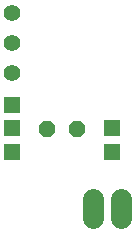
<source format=gbs>
G75*
%MOIN*%
%OFA0B0*%
%FSLAX24Y24*%
%IPPOS*%
%LPD*%
%AMOC8*
5,1,8,0,0,1.08239X$1,22.5*
%
%ADD10C,0.0555*%
%ADD11C,0.0690*%
%ADD12R,0.0555X0.0555*%
%ADD13OC8,0.0560*%
D10*
X001386Y006043D03*
X001386Y007043D03*
X001386Y008043D03*
D11*
X004110Y001872D02*
X004110Y001222D01*
X005051Y001222D02*
X005051Y001872D01*
D12*
X001397Y003425D03*
X001397Y004212D03*
X001397Y004999D03*
X004743Y004212D03*
X004743Y003425D03*
D13*
X003566Y004188D03*
X002566Y004188D03*
M02*

</source>
